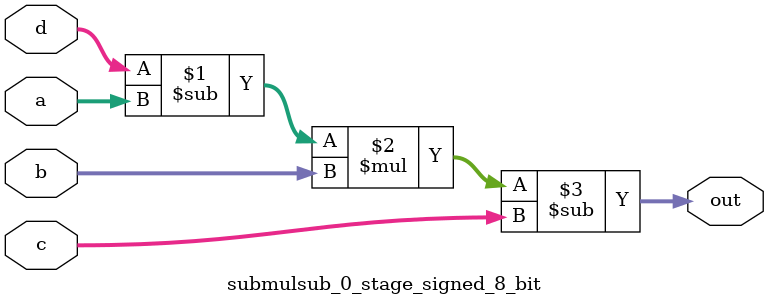
<source format=sv>
(* use_dsp = "yes" *) module submulsub_0_stage_signed_8_bit(
	input signed [7:0] a,
	input signed [7:0] b,
	input signed [7:0] c,
	input signed [7:0] d,
	output [7:0] out
	);

	assign out = ((d - a) * b) - c;
endmodule

</source>
